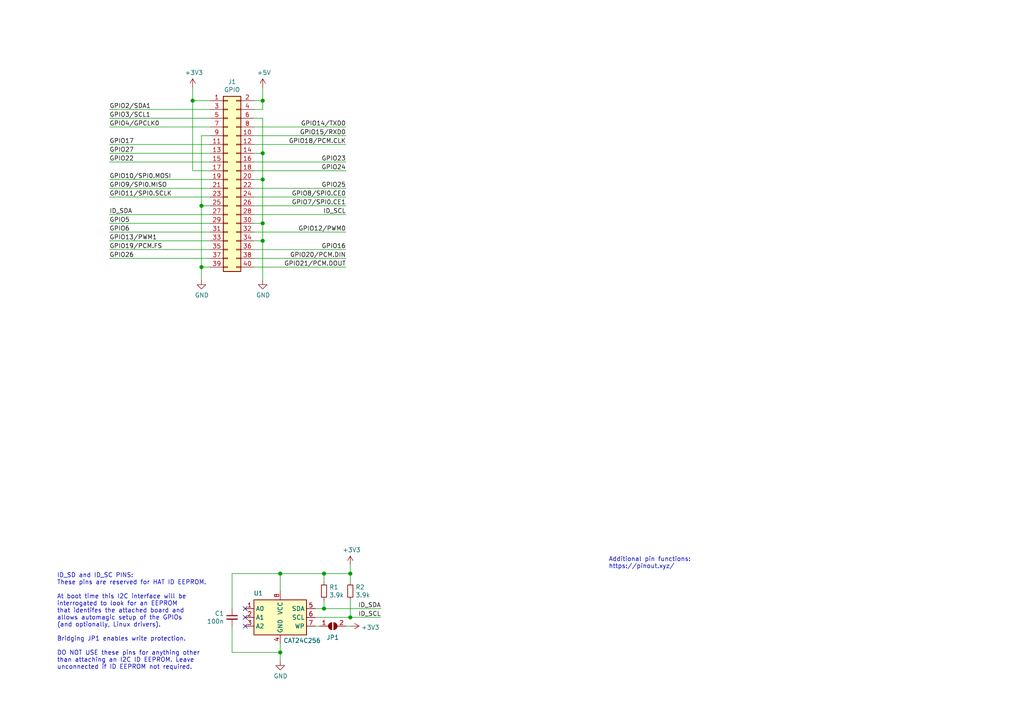
<source format=kicad_sch>
(kicad_sch (version 20250114) (generator "eeschema") (generator_version "9.0")
  (paper "A4")
  (title_block (title "Autonomous  Courier Robot \"Bad Apple\"") (date "2025-08-28") (rev "1") (company "Mixed Engineering Group 3 | STEM 12-Altruism / AY 2526 | CIT-U SHS") (comment 4 "This sheet defines the Raspberry Pi HAT interface"))
  (lib_symbols
    (symbol "Connector_Generic:Conn_02x20_Odd_Even" (pin_names (offset 1.016) (hide yes))
      (property "Reference" "J" (at 1.27 25.4 0))
      (property "Value" "Conn_02x20_Odd_Even" (at 1.27 -27.94 0))
      (symbol "Conn_02x20_Odd_Even_1_1"
        (rectangle (start -1.27 24.13) (end 3.81 -26.67) (stroke (width 0.254)) (fill (type background)))
        (rectangle (start -1.27 22.987) (end 0 22.733) (stroke (width 0.1524)))
        (rectangle (start -1.27 20.447) (end 0 20.193) (stroke (width 0.1524)))
        (rectangle (start -1.27 17.907) (end 0 17.653) (stroke (width 0.1524)))
        (rectangle (start -1.27 15.367) (end 0 15.113) (stroke (width 0.1524)))
        (rectangle (start -1.27 12.827) (end 0 12.573) (stroke (width 0.1524)))
        (rectangle (start -1.27 10.287) (end 0 10.033) (stroke (width 0.1524)))
        (rectangle (start -1.27 7.747) (end 0 7.493) (stroke (width 0.1524)))
        (rectangle (start -1.27 5.207) (end 0 4.953) (stroke (width 0.1524)))
        (rectangle (start -1.27 2.667) (end 0 2.413) (stroke (width 0.1524)))
        (rectangle (start -1.27 0.127) (end 0 -0.127) (stroke (width 0.1524)))
        (rectangle (start -1.27 -2.413) (end 0 -2.667) (stroke (width 0.1524)))
        (rectangle (start -1.27 -4.953) (end 0 -5.207) (stroke (width 0.1524)))
        (rectangle (start -1.27 -7.493) (end 0 -7.747) (stroke (width 0.1524)))
        (rectangle (start -1.27 -10.033) (end 0 -10.287) (stroke (width 0.1524)))
        (rectangle (start -1.27 -12.573) (end 0 -12.827) (stroke (width 0.1524)))
        (rectangle (start -1.27 -15.113) (end 0 -15.367) (stroke (width 0.1524)))
        (rectangle (start -1.27 -17.653) (end 0 -17.907) (stroke (width 0.1524)))
        (rectangle (start -1.27 -20.193) (end 0 -20.447) (stroke (width 0.1524)))
        (rectangle (start -1.27 -22.733) (end 0 -22.987) (stroke (width 0.1524)))
        (rectangle (start -1.27 -25.273) (end 0 -25.527) (stroke (width 0.1524)))
        (rectangle (start 3.81 22.987) (end 2.54 22.733) (stroke (width 0.1524)))
        (rectangle (start 3.81 20.447) (end 2.54 20.193) (stroke (width 0.1524)))
        (rectangle (start 3.81 17.907) (end 2.54 17.653) (stroke (width 0.1524)))
        (rectangle (start 3.81 15.367) (end 2.54 15.113) (stroke (width 0.1524)))
        (rectangle (start 3.81 12.827) (end 2.54 12.573) (stroke (width 0.1524)))
        (rectangle (start 3.81 10.287) (end 2.54 10.033) (stroke (width 0.1524)))
        (rectangle (start 3.81 7.747) (end 2.54 7.493) (stroke (width 0.1524)))
        (rectangle (start 3.81 5.207) (end 2.54 4.953) (stroke (width 0.1524)))
        (rectangle (start 3.81 2.667) (end 2.54 2.413) (stroke (width 0.1524)))
        (rectangle (start 3.81 0.127) (end 2.54 -0.127) (stroke (width 0.1524)))
        (rectangle (start 3.81 -2.413) (end 2.54 -2.667) (stroke (width 0.1524)))
        (rectangle (start 3.81 -4.953) (end 2.54 -5.207) (stroke (width 0.1524)))
        (rectangle (start 3.81 -7.493) (end 2.54 -7.747) (stroke (width 0.1524)))
        (rectangle (start 3.81 -10.033) (end 2.54 -10.287) (stroke (width 0.1524)))
        (rectangle (start 3.81 -12.573) (end 2.54 -12.827) (stroke (width 0.1524)))
        (rectangle (start 3.81 -15.113) (end 2.54 -15.367) (stroke (width 0.1524)))
        (rectangle (start 3.81 -17.653) (end 2.54 -17.907) (stroke (width 0.1524)))
        (rectangle (start 3.81 -20.193) (end 2.54 -20.447) (stroke (width 0.1524)))
        (rectangle (start 3.81 -22.733) (end 2.54 -22.987) (stroke (width 0.1524)))
        (rectangle (start 3.81 -25.273) (end 2.54 -25.527) (stroke (width 0.1524)))
        (pin passive line (at -5.08 22.86 0) (length 3.81) (name "Pin_1") (number "1"))
        (pin passive line (at -5.08 20.32 0) (length 3.81) (name "Pin_3") (number "3"))
        (pin passive line (at -5.08 17.78 0) (length 3.81) (name "Pin_5") (number "5"))
        (pin passive line (at -5.08 15.24 0) (length 3.81) (name "Pin_7") (number "7"))
        (pin passive line (at -5.08 12.7 0) (length 3.81) (name "Pin_9") (number "9"))
        (pin passive line (at -5.08 10.16 0) (length 3.81) (name "Pin_11") (number "11"))
        (pin passive line (at -5.08 7.62 0) (length 3.81) (name "Pin_13") (number "13"))
        (pin passive line (at -5.08 5.08 0) (length 3.81) (name "Pin_15") (number "15"))
        (pin passive line (at -5.08 2.54 0) (length 3.81) (name "Pin_17") (number "17"))
        (pin passive line (at -5.08 0 0) (length 3.81) (name "Pin_19") (number "19"))
        (pin passive line (at -5.08 -2.54 0) (length 3.81) (name "Pin_21") (number "21"))
        (pin passive line (at -5.08 -5.08 0) (length 3.81) (name "Pin_23") (number "23"))
        (pin passive line (at -5.08 -7.62 0) (length 3.81) (name "Pin_25") (number "25"))
        (pin passive line (at -5.08 -10.16 0) (length 3.81) (name "Pin_27") (number "27"))
        (pin passive line (at -5.08 -12.7 0) (length 3.81) (name "Pin_29") (number "29"))
        (pin passive line (at -5.08 -15.24 0) (length 3.81) (name "Pin_31") (number "31"))
        (pin passive line (at -5.08 -17.78 0) (length 3.81) (name "Pin_33") (number "33"))
        (pin passive line (at -5.08 -20.32 0) (length 3.81) (name "Pin_35") (number "35"))
        (pin passive line (at -5.08 -22.86 0) (length 3.81) (name "Pin_37") (number "37"))
        (pin passive line (at -5.08 -25.4 0) (length 3.81) (name "Pin_39") (number "39"))
        (pin passive line (at 7.62 22.86 180) (length 3.81) (name "Pin_2") (number "2"))
        (pin passive line (at 7.62 20.32 180) (length 3.81) (name "Pin_4") (number "4"))
        (pin passive line (at 7.62 17.78 180) (length 3.81) (name "Pin_6") (number "6"))
        (pin passive line (at 7.62 15.24 180) (length 3.81) (name "Pin_8") (number "8"))
        (pin passive line (at 7.62 12.7 180) (length 3.81) (name "Pin_10") (number "10"))
        (pin passive line (at 7.62 10.16 180) (length 3.81) (name "Pin_12") (number "12"))
        (pin passive line (at 7.62 7.62 180) (length 3.81) (name "Pin_14") (number "14"))
        (pin passive line (at 7.62 5.08 180) (length 3.81) (name "Pin_16") (number "16"))
        (pin passive line (at 7.62 2.54 180) (length 3.81) (name "Pin_18") (number "18"))
        (pin passive line (at 7.62 0 180) (length 3.81) (name "Pin_20") (number "20"))
        (pin passive line (at 7.62 -2.54 180) (length 3.81) (name "Pin_22") (number "22"))
        (pin passive line (at 7.62 -5.08 180) (length 3.81) (name "Pin_24") (number "24"))
        (pin passive line (at 7.62 -7.62 180) (length 3.81) (name "Pin_26") (number "26"))
        (pin passive line (at 7.62 -10.16 180) (length 3.81) (name "Pin_28") (number "28"))
        (pin passive line (at 7.62 -12.7 180) (length 3.81) (name "Pin_30") (number "30"))
        (pin passive line (at 7.62 -15.24 180) (length 3.81) (name "Pin_32") (number "32"))
        (pin passive line (at 7.62 -17.78 180) (length 3.81) (name "Pin_34") (number "34"))
        (pin passive line (at 7.62 -20.32 180) (length 3.81) (name "Pin_36") (number "36"))
        (pin passive line (at 7.62 -22.86 180) (length 3.81) (name "Pin_38") (number "38"))
        (pin passive line (at 7.62 -25.4 180) (length 3.81) (name "Pin_40") (number "40"))
      )
    )
    (symbol "Device:C_Small" (pin_numbers (hide yes)) (pin_names (offset 0.254) (hide yes))
      (property "Reference" "C" (at 0.254 1.778 0))
      (property "Value" "C_Small" (at 0.254 -2.032 0))
      (symbol "C_Small_0_1"
        (polyline (pts (xy -1.524 0.508) (xy 1.524 0.508)) (stroke (width 0.3048)))
        (polyline (pts (xy -1.524 -0.508) (xy 1.524 -0.508)) (stroke (width 0.3302)))
      )
      (symbol "C_Small_1_1"
        (pin passive line (at 0 2.54 270) (length 2.032) (name "~") (number "1"))
        (pin passive line (at 0 -2.54 90) (length 2.032) (name "~") (number "2"))
      )
    )
    (symbol "Device:R_Small" (pin_numbers (hide yes)) (pin_names (offset 0.254) (hide yes))
      (property "Reference" "R" (at 0.762 0.508 0))
      (property "Value" "R_Small" (at 0.762 -1.016 0))
      (symbol "R_Small_0_1"
        (rectangle (start -0.762 1.778) (end 0.762 -1.778) (stroke (width 0.2032)))
      )
      (symbol "R_Small_1_1"
        (pin passive line (at 0 2.54 270) (length 0.762) (name "~") (number "1"))
        (pin passive line (at 0 -2.54 90) (length 0.762) (name "~") (number "2"))
      )
    )
    (symbol "Jumper:SolderJumper_2_Open" (pin_names (offset 0) (hide yes))
      (property "Reference" "JP" (at 0 2.032 0))
      (property "Value" "SolderJumper_2_Open" (at 0 -2.54 0))
      (symbol "SolderJumper_2_Open_0_1"
        (polyline (pts (xy -0.254 1.016) (xy -0.254 -1.016)))
        (arc (start -0.254 -1.016) (mid -1.2656 0) (end -0.254 1.016))
        (arc (start -0.254 -1.016) (mid -1.2656 0) (end -0.254 1.016) (fill (type outline)))
        (arc (start 0.254 1.016) (mid 1.2656 0) (end 0.254 -1.016))
        (arc (start 0.254 1.016) (mid 1.2656 0) (end 0.254 -1.016) (fill (type outline)))
        (polyline (pts (xy 0.254 1.016) (xy 0.254 -1.016)))
      )
      (symbol "SolderJumper_2_Open_1_1"
        (pin passive line (at -3.81 0 0) (length 2.54) (name "A") (number "1"))
        (pin passive line (at 3.81 0 180) (length 2.54) (name "B") (number "2"))
      )
    )
    (symbol "Memory_EEPROM:CAT24C256"
      (property "Reference" "U" (at -6.35 6.35 0))
      (property "Value" "CAT24C256" (at 1.27 6.35 0))
      (symbol "CAT24C256_1_1"
        (rectangle (start -7.62 5.08) (end 7.62 -5.08) (stroke (width 0.254)) (fill (type background)))
        (pin input line (at -10.16 2.54 0) (length 2.54) (name "A0") (number "1"))
        (pin input line (at -10.16 0 0) (length 2.54) (name "A1") (number "2"))
        (pin input line (at -10.16 -2.54 0) (length 2.54) (name "A2") (number "3"))
        (pin power_in line (at 0 7.62 270) (length 2.54) (name "VCC") (number "8"))
        (pin power_in line (at 0 -7.62 90) (length 2.54) (name "GND") (number "4"))
        (pin bidirectional line (at 10.16 2.54 180) (length 2.54) (name "SDA") (number "5"))
        (pin input line (at 10.16 0 180) (length 2.54) (name "SCL") (number "6"))
        (pin input line (at 10.16 -2.54 180) (length 2.54) (name "WP") (number "7"))
      )
    )
    (symbol "power:+3.3V" (power) (pin_names (offset 0))
      (property "Value" "+3.3V" (at 0 3.556 0))
      (symbol "+3.3V_0_1"
        (polyline (pts (xy -0.762 1.27) (xy 0 2.54)))
        (polyline (pts (xy 0 2.54) (xy 0.762 1.27)))
        (polyline (pts (xy 0 0) (xy 0 2.54)))
      )
      (symbol "+3.3V_1_1"
        (pin power_in line (at 0 0 90) (length 0) (hide yes) (name "+3V3") (number "1"))
      )
    )
    (symbol "power:+5V" (power) (pin_names (offset 0))
      (property "Value" "+5V" (at 0 3.556 0))
      (symbol "+5V_0_1"
        (polyline (pts (xy -0.762 1.27) (xy 0 2.54)))
        (polyline (pts (xy 0 2.54) (xy 0.762 1.27)))
        (polyline (pts (xy 0 0) (xy 0 2.54)))
      )
      (symbol "+5V_1_1"
        (pin power_in line (at 0 0 90) (length 0) (hide yes) (name "+5V") (number "1"))
      )
    )
    (symbol "power:GND" (power) (pin_names (offset 0))
      (property "Value" "GND" (at 0 -3.81 0))
      (symbol "GND_0_1"
        (polyline (pts (xy 0 0) (xy 0 -1.27) (xy 1.27 -1.27) (xy 0 -2.54) (xy -1.27 -1.27) (xy 0 -1.27)))
      )
      (symbol "GND_1_1"
        (pin power_in line (at 0 0 270) (length 0) (hide yes) (name "GND") (number "1"))
      )
    )
  )
  (text "ID_SD and ID_SC PINS:\nThese pins are reserved for HAT ID EEPROM.\n\nAt boot time this I2C interface will be\ninterrogated to look for an EEPROM\nthat identifes the attached board and\nallows automagic setup of the GPIOs\n(and optionally, Linux drivers).\n\nBridging JP1 enables write protection.\n\nDO NOT USE these pins for anything other\nthan attaching an I2C ID EEPROM. Leave\nunconnected if ID EEPROM not required." (at 16.51 194.31 0) (effects (font (size 1.27 1.27)) (justify left bottom)))
  (text "Additional pin functions:\nhttps://pinout.xyz/" (at 176.53 165.1 0) (effects (font (size 1.27 1.27)) (justify left bottom)))
  (junction (at 93.98 166.37) (diameter 1.016))
  (junction (at 101.6 166.37) (diameter 1.016))
  (junction (at 93.98 176.53) (diameter 1.016))
  (junction (at 58.42 77.47) (diameter 1.016))
  (junction (at 55.88 29.21) (diameter 1.016))
  (junction (at 76.2 44.45) (diameter 1.016))
  (junction (at 76.2 64.77) (diameter 1.016))
  (junction (at 58.42 59.69) (diameter 1.016))
  (junction (at 81.28 189.23) (diameter 1.016))
  (junction (at 76.2 29.21) (diameter 1.016))
  (junction (at 76.2 52.07) (diameter 1.016))
  (junction (at 81.28 166.37) (diameter 1.016))
  (junction (at 101.6 179.07) (diameter 1.016))
  (junction (at 76.2 69.85) (diameter 1.016))
  (no_connect (at 71.12 181.61))
  (no_connect (at 71.12 179.07))
  (no_connect (at 71.12 176.53))
  (wire (pts (xy 31.75 54.61) (xy 60.96 54.61)))
  (wire (pts (xy 58.42 59.69) (xy 58.42 77.47)))
  (wire (pts (xy 81.28 166.37) (xy 81.28 171.45)))
  (wire (pts (xy 76.2 29.21) (xy 73.66 29.21)))
  (wire (pts (xy 55.88 25.4) (xy 55.88 29.21)))
  (wire (pts (xy 60.96 31.75) (xy 31.75 31.75)))
  (wire (pts (xy 73.66 72.39) (xy 100.33 72.39)))
  (wire (pts (xy 67.31 181.61) (xy 67.31 189.23)))
  (wire (pts (xy 73.66 41.91) (xy 100.33 41.91)))
  (wire (pts (xy 73.66 54.61) (xy 100.33 54.61)))
  (wire (pts (xy 76.2 64.77) (xy 73.66 64.77)))
  (wire (pts (xy 91.44 179.07) (xy 101.6 179.07)))
  (wire (pts (xy 55.88 29.21) (xy 55.88 49.53)))
  (wire (pts (xy 81.28 166.37) (xy 93.98 166.37)))
  (wire (pts (xy 76.2 44.45) (xy 76.2 52.07)))
  (wire (pts (xy 76.2 52.07) (xy 73.66 52.07)))
  (wire (pts (xy 73.66 39.37) (xy 100.33 39.37)))
  (wire (pts (xy 58.42 39.37) (xy 58.42 59.69)))
  (wire (pts (xy 60.96 52.07) (xy 31.75 52.07)))
  (wire (pts (xy 76.2 25.4) (xy 76.2 29.21)))
  (wire (pts (xy 76.2 34.29) (xy 73.66 34.29)))
  (wire (pts (xy 73.66 36.83) (xy 100.33 36.83)))
  (wire (pts (xy 101.6 168.91) (xy 101.6 166.37)))
  (wire (pts (xy 91.44 176.53) (xy 93.98 176.53)))
  (wire (pts (xy 101.6 166.37) (xy 93.98 166.37)))
  (wire (pts (xy 67.31 166.37) (xy 67.31 176.53)))
  (wire (pts (xy 31.75 57.15) (xy 60.96 57.15)))
  (wire (pts (xy 58.42 39.37) (xy 60.96 39.37)))
  (wire (pts (xy 55.88 49.53) (xy 60.96 49.53)))
  (wire (pts (xy 55.88 29.21) (xy 60.96 29.21)))
  (wire (pts (xy 31.75 72.39) (xy 60.96 72.39)))
  (wire (pts (xy 73.66 77.47) (xy 100.33 77.47)))
  (wire (pts (xy 31.75 34.29) (xy 60.96 34.29)))
  (wire (pts (xy 58.42 77.47) (xy 60.96 77.47)))
  (wire (pts (xy 31.75 67.31) (xy 60.96 67.31)))
  (wire (pts (xy 76.2 29.21) (xy 76.2 31.75)))
  (wire (pts (xy 101.6 179.07) (xy 110.49 179.07)))
  (wire (pts (xy 93.98 166.37) (xy 93.98 168.91)))
  (wire (pts (xy 81.28 166.37) (xy 67.31 166.37)))
  (wire (pts (xy 101.6 163.83) (xy 101.6 166.37)))
  (wire (pts (xy 60.96 69.85) (xy 31.75 69.85)))
  (wire (pts (xy 81.28 189.23) (xy 81.28 191.77)))
  (wire (pts (xy 93.98 173.99) (xy 93.98 176.53)))
  (wire (pts (xy 73.66 49.53) (xy 100.33 49.53)))
  (wire (pts (xy 58.42 77.47) (xy 58.42 81.28)))
  (wire (pts (xy 76.2 69.85) (xy 73.66 69.85)))
  (wire (pts (xy 100.33 181.61) (xy 101.6 181.61)))
  (wire (pts (xy 73.66 62.23) (xy 100.33 62.23)))
  (wire (pts (xy 67.31 189.23) (xy 81.28 189.23)))
  (wire (pts (xy 73.66 59.69) (xy 100.33 59.69)))
  (wire (pts (xy 76.2 34.29) (xy 76.2 44.45)))
  (wire (pts (xy 31.75 46.99) (xy 60.96 46.99)))
  (wire (pts (xy 31.75 36.83) (xy 60.96 36.83)))
  (wire (pts (xy 76.2 31.75) (xy 73.66 31.75)))
  (wire (pts (xy 81.28 186.69) (xy 81.28 189.23)))
  (wire (pts (xy 31.75 74.93) (xy 60.96 74.93)))
  (wire (pts (xy 73.66 46.99) (xy 100.33 46.99)))
  (wire (pts (xy 31.75 64.77) (xy 60.96 64.77)))
  (wire (pts (xy 76.2 44.45) (xy 73.66 44.45)))
  (wire (pts (xy 76.2 69.85) (xy 76.2 81.28)))
  (wire (pts (xy 60.96 41.91) (xy 31.75 41.91)))
  (wire (pts (xy 73.66 57.15) (xy 100.33 57.15)))
  (wire (pts (xy 60.96 62.23) (xy 31.75 62.23)))
  (wire (pts (xy 73.66 74.93) (xy 100.33 74.93)))
  (wire (pts (xy 101.6 173.99) (xy 101.6 179.07)))
  (wire (pts (xy 93.98 176.53) (xy 110.49 176.53)))
  (wire (pts (xy 91.44 181.61) (xy 92.71 181.61)))
  (wire (pts (xy 76.2 52.07) (xy 76.2 64.77)))
  (wire (pts (xy 58.42 59.69) (xy 60.96 59.69)))
  (wire (pts (xy 76.2 64.77) (xy 76.2 69.85)))
  (wire (pts (xy 31.75 44.45) (xy 60.96 44.45)))
  (wire (pts (xy 73.66 67.31) (xy 100.33 67.31)))
  (label "GPIO17" (at 31.75 41.91 0))
  (label "GPIO6" (at 31.75 67.31 0))
  (label "GPIO18{slash}PCM.CLK" (at 100.33 41.91 180))
  (label "GPIO27" (at 31.75 44.45 0))
  (label "GPIO2{slash}SDA1" (at 31.75 31.75 0))
  (label "GPIO11{slash}SPI0.SCLK" (at 31.75 57.15 0))
  (label "ID_SDA" (at 110.49 176.53 180))
  (label "GPIO3{slash}SCL1" (at 31.75 34.29 0))
  (label "GPIO9{slash}SPI0.MISO" (at 31.75 54.61 0))
  (label "GPIO25" (at 100.33 54.61 180))
  (label "GPIO21{slash}PCM.DOUT" (at 100.33 77.47 180))
  (label "GPIO10{slash}SPI0.MOSI" (at 31.75 52.07 0))
  (label "GPIO8{slash}SPI0.CE0" (at 100.33 57.15 180))
  (label "GPIO14{slash}TXD0" (at 100.33 36.83 180))
  (label "ID_SCL" (at 100.33 62.23 180))
  (label "GPIO5" (at 31.75 64.77 0))
  (label "GPIO13{slash}PWM1" (at 31.75 69.85 0))
  (label "GPIO15{slash}RXD0" (at 100.33 39.37 180))
  (label "GPIO26" (at 31.75 74.93 0))
  (label "GPIO22" (at 31.75 46.99 0))
  (label "GPIO16" (at 100.33 72.39 180))
  (label "ID_SCL" (at 110.49 179.07 180))
  (label "GPIO24" (at 100.33 49.53 180))
  (label "GPIO4{slash}GPCLK0" (at 31.75 36.83 0))
  (label "GPIO12{slash}PWM0" (at 100.33 67.31 180))
  (label "GPIO19{slash}PCM.FS" (at 31.75 72.39 0))
  (label "GPIO23" (at 100.33 46.99 180))
  (label "GPIO7{slash}SPI0.CE1" (at 100.33 59.69 180))
  (label "ID_SDA" (at 31.75 62.23 0))
  (label "GPIO20{slash}PCM.DIN" (at 100.33 74.93 180))
  (symbol (lib_id "power:+5V") (at 76.2 25.4 0) (unit 1)
    (property "Reference" "#PWR01" (effects (hide yes)))
    (property "Value" "+5V" (at 76.5683 21.0756 0))
  )
  (symbol (lib_id "power:+3.3V") (at 55.88 25.4 0) (unit 1)
    (property "Reference" "#PWR04" (effects (hide yes)))
    (property "Value" "+3V3" (at 56.2483 21.0756 0))
  )
  (symbol (lib_id "power:GND") (at 76.2 81.28 0) (unit 1)
    (property "Reference" "#PWR02" (effects (hide yes)))
    (property "Value" "GND" (at 76.3143 85.6044 0))
  )
  (symbol (lib_id "power:GND") (at 58.42 81.28 0) (unit 1)
    (property "Reference" "#PWR03" (effects (hide yes)))
    (property "Value" "GND" (at 58.5343 85.6044 0))
  )
  (symbol (lib_id "Connector_Generic:Conn_02x20_Odd_Even") (at 66.04 52.07 0) (unit 1)
    (property "Reference" "J1" (at 67.31 23.7298 0))
    (property "Value" "GPIO" (at 67.31 26.035 0))
    (property "Footprint" "Connector_PinSocket_2.54mm:PinSocket_2x20_P2.54mm_Vertical" (effects (hide yes)))
  )
  (symbol (lib_id "Device:C_Small") (at 67.31 179.07 0) (unit 1)
    (property "Reference" "C1" (at 64.9858 177.9206 0) (effects (justify right)))
    (property "Value" "100n" (at 64.9858 180.2193 0) (effects (justify right)))
  )
  (symbol (lib_id "Device:R_Small") (at 93.98 171.45 0) (unit 1)
    (property "Reference" "R1" (at 95.4786 170.307 0) (effects (justify left)))
    (property "Value" "3.9k" (at 95.4787 172.5993 0) (effects (justify left)))
  )
  (symbol (lib_id "Jumper:SolderJumper_2_Open") (at 96.52 181.61 0) (unit 1)
    (property "Reference" "JP1" (at 96.52 184.893 0))
    (property "Value" "ID_WP" (effects (hide yes)))
  )
  (symbol (lib_id "Device:R_Small") (at 101.6 171.45 0) (unit 1)
    (property "Reference" "R2" (at 103.0986 170.307 0) (effects (justify left)))
    (property "Value" "3.9k" (at 103.0987 172.5993 0) (effects (justify left)))
  )
  (symbol (lib_id "power:+3.3V") (at 101.6 163.83 0) (unit 1)
    (property "Reference" "#PWR0101" (effects (hide yes)))
    (property "Value" "+3V3" (at 101.9683 159.5056 0))
  )
  (symbol (lib_id "Memory_EEPROM:CAT24C256") (at 81.28 179.07 0) (unit 1)
    (property "Reference" "U1" (at 74.93 172.0658 0))
    (property "Value" "CAT24C256" (at 87.63 185.7945 0))
    (property "Datasheet" "https://www.onsemi.cn/PowerSolutions/document/CAT24C256-D.PDF" (effects (hide yes)))
  )
  (symbol (lib_id "power:GND") (at 81.28 191.77 0) (unit 1)
    (property "Reference" "#PWR0102" (effects (hide yes)))
    (property "Value" "GND" (at 81.3943 196.0944 0))
  )
  (symbol (lib_id "power:+3.3V") (at 101.6 181.61 270) (unit 1)
    (property "Reference" "#PWR0103" (effects (hide yes)))
    (property "Value" "+3V3" (at 104.7751 181.9783 90) (effects (justify left)))
  )
)
</source>
